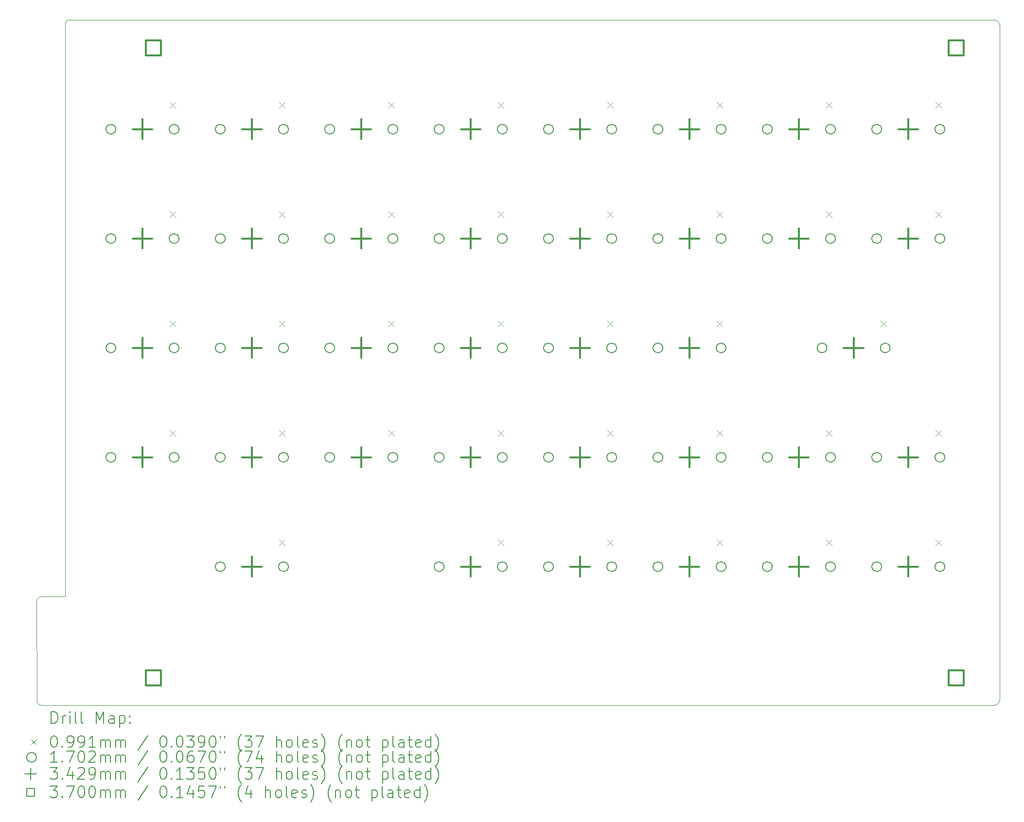
<source format=gbr>
%TF.GenerationSoftware,KiCad,Pcbnew,(6.0.10)*%
%TF.CreationDate,2023-02-02T17:50:39-08:00*%
%TF.ProjectId,netrazr_rev2-Right,6e657472-617a-4725-9f72-6576322d5269,2*%
%TF.SameCoordinates,Original*%
%TF.FileFunction,Drillmap*%
%TF.FilePolarity,Positive*%
%FSLAX45Y45*%
G04 Gerber Fmt 4.5, Leading zero omitted, Abs format (unit mm)*
G04 Created by KiCad (PCBNEW (6.0.10)) date 2023-02-02 17:50:39*
%MOMM*%
%LPD*%
G01*
G04 APERTURE LIST*
%ADD10C,0.050000*%
%ADD11C,0.200000*%
%ADD12C,0.099060*%
%ADD13C,0.170180*%
%ADD14C,0.342900*%
%ADD15C,0.370000*%
G04 APERTURE END LIST*
D10*
X21666200Y-15985700D02*
X22072600Y-15985700D01*
X38344000Y-6028900D02*
G75*
G03*
X38255100Y-5940000I-88900J0D01*
G01*
X38255100Y-17878000D02*
G75*
G03*
X38344000Y-17789100I0J88900D01*
G01*
X21666200Y-15985700D02*
G75*
G03*
X21577300Y-16074600I0J-88900D01*
G01*
X38344000Y-17789100D02*
X38344000Y-6028900D01*
X21577300Y-16074600D02*
X21580000Y-17789100D01*
X22072600Y-15985700D02*
X22072600Y-6028900D01*
X21668900Y-17878000D02*
X38255100Y-17878000D01*
X38255100Y-5940000D02*
X22161500Y-5940000D01*
X22161500Y-5940000D02*
G75*
G03*
X22072600Y-6028900I0J-88900D01*
G01*
X21580000Y-17789100D02*
G75*
G03*
X21668900Y-17878000I88900J0D01*
G01*
D11*
D12*
X23893970Y-7375470D02*
X23993030Y-7474530D01*
X23993030Y-7375470D02*
X23893970Y-7474530D01*
X23893970Y-9280470D02*
X23993030Y-9379530D01*
X23993030Y-9280470D02*
X23893970Y-9379530D01*
X23893970Y-11185470D02*
X23993030Y-11284530D01*
X23993030Y-11185470D02*
X23893970Y-11284530D01*
X23893970Y-13090470D02*
X23993030Y-13189530D01*
X23993030Y-13090470D02*
X23893970Y-13189530D01*
X25798970Y-7375470D02*
X25898030Y-7474530D01*
X25898030Y-7375470D02*
X25798970Y-7474530D01*
X25798970Y-9280470D02*
X25898030Y-9379530D01*
X25898030Y-9280470D02*
X25798970Y-9379530D01*
X25798970Y-11185470D02*
X25898030Y-11284530D01*
X25898030Y-11185470D02*
X25798970Y-11284530D01*
X25798970Y-13090470D02*
X25898030Y-13189530D01*
X25898030Y-13090470D02*
X25798970Y-13189530D01*
X25798970Y-14995470D02*
X25898030Y-15094530D01*
X25898030Y-14995470D02*
X25798970Y-15094530D01*
X27703970Y-7375470D02*
X27803030Y-7474530D01*
X27803030Y-7375470D02*
X27703970Y-7474530D01*
X27703970Y-9280470D02*
X27803030Y-9379530D01*
X27803030Y-9280470D02*
X27703970Y-9379530D01*
X27703970Y-11185470D02*
X27803030Y-11284530D01*
X27803030Y-11185470D02*
X27703970Y-11284530D01*
X27703970Y-13090470D02*
X27803030Y-13189530D01*
X27803030Y-13090470D02*
X27703970Y-13189530D01*
X29608970Y-7375470D02*
X29708030Y-7474530D01*
X29708030Y-7375470D02*
X29608970Y-7474530D01*
X29608970Y-9280470D02*
X29708030Y-9379530D01*
X29708030Y-9280470D02*
X29608970Y-9379530D01*
X29608970Y-11185470D02*
X29708030Y-11284530D01*
X29708030Y-11185470D02*
X29608970Y-11284530D01*
X29608970Y-13090470D02*
X29708030Y-13189530D01*
X29708030Y-13090470D02*
X29608970Y-13189530D01*
X29608970Y-14995470D02*
X29708030Y-15094530D01*
X29708030Y-14995470D02*
X29608970Y-15094530D01*
X31513970Y-7375470D02*
X31613030Y-7474530D01*
X31613030Y-7375470D02*
X31513970Y-7474530D01*
X31513970Y-9280470D02*
X31613030Y-9379530D01*
X31613030Y-9280470D02*
X31513970Y-9379530D01*
X31513970Y-11185470D02*
X31613030Y-11284530D01*
X31613030Y-11185470D02*
X31513970Y-11284530D01*
X31513970Y-13090470D02*
X31613030Y-13189530D01*
X31613030Y-13090470D02*
X31513970Y-13189530D01*
X31513970Y-14995470D02*
X31613030Y-15094530D01*
X31613030Y-14995470D02*
X31513970Y-15094530D01*
X33418970Y-7375470D02*
X33518030Y-7474530D01*
X33518030Y-7375470D02*
X33418970Y-7474530D01*
X33418970Y-9280470D02*
X33518030Y-9379530D01*
X33518030Y-9280470D02*
X33418970Y-9379530D01*
X33418970Y-11185470D02*
X33518030Y-11284530D01*
X33518030Y-11185470D02*
X33418970Y-11284530D01*
X33418970Y-13090470D02*
X33518030Y-13189530D01*
X33518030Y-13090470D02*
X33418970Y-13189530D01*
X33418970Y-14995470D02*
X33518030Y-15094530D01*
X33518030Y-14995470D02*
X33418970Y-15094530D01*
X35323970Y-7375470D02*
X35423030Y-7474530D01*
X35423030Y-7375470D02*
X35323970Y-7474530D01*
X35323970Y-9280470D02*
X35423030Y-9379530D01*
X35423030Y-9280470D02*
X35323970Y-9379530D01*
X35323970Y-13090470D02*
X35423030Y-13189530D01*
X35423030Y-13090470D02*
X35323970Y-13189530D01*
X35323970Y-14995470D02*
X35423030Y-15094530D01*
X35423030Y-14995470D02*
X35323970Y-15094530D01*
X36276470Y-11185470D02*
X36375530Y-11284530D01*
X36375530Y-11185470D02*
X36276470Y-11284530D01*
X37228970Y-7375470D02*
X37328030Y-7474530D01*
X37328030Y-7375470D02*
X37228970Y-7474530D01*
X37228970Y-9280470D02*
X37328030Y-9379530D01*
X37328030Y-9280470D02*
X37228970Y-9379530D01*
X37228970Y-13090470D02*
X37328030Y-13189530D01*
X37328030Y-13090470D02*
X37228970Y-13189530D01*
X37228970Y-14995470D02*
X37328030Y-15094530D01*
X37328030Y-14995470D02*
X37228970Y-15094530D01*
D13*
X22956590Y-7845000D02*
G75*
G03*
X22956590Y-7845000I-85090J0D01*
G01*
X22956590Y-9750000D02*
G75*
G03*
X22956590Y-9750000I-85090J0D01*
G01*
X22956590Y-11655000D02*
G75*
G03*
X22956590Y-11655000I-85090J0D01*
G01*
X22956590Y-13560000D02*
G75*
G03*
X22956590Y-13560000I-85090J0D01*
G01*
X24056590Y-7845000D02*
G75*
G03*
X24056590Y-7845000I-85090J0D01*
G01*
X24056590Y-9750000D02*
G75*
G03*
X24056590Y-9750000I-85090J0D01*
G01*
X24056590Y-11655000D02*
G75*
G03*
X24056590Y-11655000I-85090J0D01*
G01*
X24056590Y-13560000D02*
G75*
G03*
X24056590Y-13560000I-85090J0D01*
G01*
X24861590Y-7845000D02*
G75*
G03*
X24861590Y-7845000I-85090J0D01*
G01*
X24861590Y-9750000D02*
G75*
G03*
X24861590Y-9750000I-85090J0D01*
G01*
X24861590Y-11655000D02*
G75*
G03*
X24861590Y-11655000I-85090J0D01*
G01*
X24861590Y-13560000D02*
G75*
G03*
X24861590Y-13560000I-85090J0D01*
G01*
X24861590Y-15465000D02*
G75*
G03*
X24861590Y-15465000I-85090J0D01*
G01*
X25961590Y-7845000D02*
G75*
G03*
X25961590Y-7845000I-85090J0D01*
G01*
X25961590Y-9750000D02*
G75*
G03*
X25961590Y-9750000I-85090J0D01*
G01*
X25961590Y-11655000D02*
G75*
G03*
X25961590Y-11655000I-85090J0D01*
G01*
X25961590Y-13560000D02*
G75*
G03*
X25961590Y-13560000I-85090J0D01*
G01*
X25961590Y-15465000D02*
G75*
G03*
X25961590Y-15465000I-85090J0D01*
G01*
X26766590Y-7845000D02*
G75*
G03*
X26766590Y-7845000I-85090J0D01*
G01*
X26766590Y-9750000D02*
G75*
G03*
X26766590Y-9750000I-85090J0D01*
G01*
X26766590Y-11655000D02*
G75*
G03*
X26766590Y-11655000I-85090J0D01*
G01*
X26766590Y-13560000D02*
G75*
G03*
X26766590Y-13560000I-85090J0D01*
G01*
X27866590Y-7845000D02*
G75*
G03*
X27866590Y-7845000I-85090J0D01*
G01*
X27866590Y-9750000D02*
G75*
G03*
X27866590Y-9750000I-85090J0D01*
G01*
X27866590Y-11655000D02*
G75*
G03*
X27866590Y-11655000I-85090J0D01*
G01*
X27866590Y-13560000D02*
G75*
G03*
X27866590Y-13560000I-85090J0D01*
G01*
X28671590Y-7845000D02*
G75*
G03*
X28671590Y-7845000I-85090J0D01*
G01*
X28671590Y-9750000D02*
G75*
G03*
X28671590Y-9750000I-85090J0D01*
G01*
X28671590Y-11655000D02*
G75*
G03*
X28671590Y-11655000I-85090J0D01*
G01*
X28671590Y-13560000D02*
G75*
G03*
X28671590Y-13560000I-85090J0D01*
G01*
X28671590Y-15465000D02*
G75*
G03*
X28671590Y-15465000I-85090J0D01*
G01*
X29771590Y-7845000D02*
G75*
G03*
X29771590Y-7845000I-85090J0D01*
G01*
X29771590Y-9750000D02*
G75*
G03*
X29771590Y-9750000I-85090J0D01*
G01*
X29771590Y-11655000D02*
G75*
G03*
X29771590Y-11655000I-85090J0D01*
G01*
X29771590Y-13560000D02*
G75*
G03*
X29771590Y-13560000I-85090J0D01*
G01*
X29771590Y-15465000D02*
G75*
G03*
X29771590Y-15465000I-85090J0D01*
G01*
X30576590Y-7845000D02*
G75*
G03*
X30576590Y-7845000I-85090J0D01*
G01*
X30576590Y-9750000D02*
G75*
G03*
X30576590Y-9750000I-85090J0D01*
G01*
X30576590Y-11655000D02*
G75*
G03*
X30576590Y-11655000I-85090J0D01*
G01*
X30576590Y-13560000D02*
G75*
G03*
X30576590Y-13560000I-85090J0D01*
G01*
X30576590Y-15465000D02*
G75*
G03*
X30576590Y-15465000I-85090J0D01*
G01*
X31676590Y-7845000D02*
G75*
G03*
X31676590Y-7845000I-85090J0D01*
G01*
X31676590Y-9750000D02*
G75*
G03*
X31676590Y-9750000I-85090J0D01*
G01*
X31676590Y-11655000D02*
G75*
G03*
X31676590Y-11655000I-85090J0D01*
G01*
X31676590Y-13560000D02*
G75*
G03*
X31676590Y-13560000I-85090J0D01*
G01*
X31676590Y-15465000D02*
G75*
G03*
X31676590Y-15465000I-85090J0D01*
G01*
X32481590Y-7845000D02*
G75*
G03*
X32481590Y-7845000I-85090J0D01*
G01*
X32481590Y-9750000D02*
G75*
G03*
X32481590Y-9750000I-85090J0D01*
G01*
X32481590Y-11655000D02*
G75*
G03*
X32481590Y-11655000I-85090J0D01*
G01*
X32481590Y-13560000D02*
G75*
G03*
X32481590Y-13560000I-85090J0D01*
G01*
X32481590Y-15465000D02*
G75*
G03*
X32481590Y-15465000I-85090J0D01*
G01*
X33581590Y-7845000D02*
G75*
G03*
X33581590Y-7845000I-85090J0D01*
G01*
X33581590Y-9750000D02*
G75*
G03*
X33581590Y-9750000I-85090J0D01*
G01*
X33581590Y-11655000D02*
G75*
G03*
X33581590Y-11655000I-85090J0D01*
G01*
X33581590Y-13560000D02*
G75*
G03*
X33581590Y-13560000I-85090J0D01*
G01*
X33581590Y-15465000D02*
G75*
G03*
X33581590Y-15465000I-85090J0D01*
G01*
X34386590Y-7845000D02*
G75*
G03*
X34386590Y-7845000I-85090J0D01*
G01*
X34386590Y-9750000D02*
G75*
G03*
X34386590Y-9750000I-85090J0D01*
G01*
X34386590Y-13560000D02*
G75*
G03*
X34386590Y-13560000I-85090J0D01*
G01*
X34386590Y-15465000D02*
G75*
G03*
X34386590Y-15465000I-85090J0D01*
G01*
X35339090Y-11655000D02*
G75*
G03*
X35339090Y-11655000I-85090J0D01*
G01*
X35486590Y-7845000D02*
G75*
G03*
X35486590Y-7845000I-85090J0D01*
G01*
X35486590Y-9750000D02*
G75*
G03*
X35486590Y-9750000I-85090J0D01*
G01*
X35486590Y-13560000D02*
G75*
G03*
X35486590Y-13560000I-85090J0D01*
G01*
X35486590Y-15465000D02*
G75*
G03*
X35486590Y-15465000I-85090J0D01*
G01*
X36291590Y-7845000D02*
G75*
G03*
X36291590Y-7845000I-85090J0D01*
G01*
X36291590Y-9750000D02*
G75*
G03*
X36291590Y-9750000I-85090J0D01*
G01*
X36291590Y-13560000D02*
G75*
G03*
X36291590Y-13560000I-85090J0D01*
G01*
X36291590Y-15465000D02*
G75*
G03*
X36291590Y-15465000I-85090J0D01*
G01*
X36439090Y-11655000D02*
G75*
G03*
X36439090Y-11655000I-85090J0D01*
G01*
X37391590Y-7845000D02*
G75*
G03*
X37391590Y-7845000I-85090J0D01*
G01*
X37391590Y-9750000D02*
G75*
G03*
X37391590Y-9750000I-85090J0D01*
G01*
X37391590Y-13560000D02*
G75*
G03*
X37391590Y-13560000I-85090J0D01*
G01*
X37391590Y-15465000D02*
G75*
G03*
X37391590Y-15465000I-85090J0D01*
G01*
D14*
X23421500Y-7673550D02*
X23421500Y-8016450D01*
X23250050Y-7845000D02*
X23592950Y-7845000D01*
X23421500Y-9578550D02*
X23421500Y-9921450D01*
X23250050Y-9750000D02*
X23592950Y-9750000D01*
X23421500Y-11483550D02*
X23421500Y-11826450D01*
X23250050Y-11655000D02*
X23592950Y-11655000D01*
X23421500Y-13388550D02*
X23421500Y-13731450D01*
X23250050Y-13560000D02*
X23592950Y-13560000D01*
X25326500Y-7673550D02*
X25326500Y-8016450D01*
X25155050Y-7845000D02*
X25497950Y-7845000D01*
X25326500Y-9578550D02*
X25326500Y-9921450D01*
X25155050Y-9750000D02*
X25497950Y-9750000D01*
X25326500Y-11483550D02*
X25326500Y-11826450D01*
X25155050Y-11655000D02*
X25497950Y-11655000D01*
X25326500Y-13388550D02*
X25326500Y-13731450D01*
X25155050Y-13560000D02*
X25497950Y-13560000D01*
X25326500Y-15293550D02*
X25326500Y-15636450D01*
X25155050Y-15465000D02*
X25497950Y-15465000D01*
X27231500Y-7673550D02*
X27231500Y-8016450D01*
X27060050Y-7845000D02*
X27402950Y-7845000D01*
X27231500Y-9578550D02*
X27231500Y-9921450D01*
X27060050Y-9750000D02*
X27402950Y-9750000D01*
X27231500Y-11483550D02*
X27231500Y-11826450D01*
X27060050Y-11655000D02*
X27402950Y-11655000D01*
X27231500Y-13388550D02*
X27231500Y-13731450D01*
X27060050Y-13560000D02*
X27402950Y-13560000D01*
X29136500Y-7673550D02*
X29136500Y-8016450D01*
X28965050Y-7845000D02*
X29307950Y-7845000D01*
X29136500Y-9578550D02*
X29136500Y-9921450D01*
X28965050Y-9750000D02*
X29307950Y-9750000D01*
X29136500Y-11483550D02*
X29136500Y-11826450D01*
X28965050Y-11655000D02*
X29307950Y-11655000D01*
X29136500Y-13388550D02*
X29136500Y-13731450D01*
X28965050Y-13560000D02*
X29307950Y-13560000D01*
X29136500Y-15293550D02*
X29136500Y-15636450D01*
X28965050Y-15465000D02*
X29307950Y-15465000D01*
X31041500Y-7673550D02*
X31041500Y-8016450D01*
X30870050Y-7845000D02*
X31212950Y-7845000D01*
X31041500Y-9578550D02*
X31041500Y-9921450D01*
X30870050Y-9750000D02*
X31212950Y-9750000D01*
X31041500Y-11483550D02*
X31041500Y-11826450D01*
X30870050Y-11655000D02*
X31212950Y-11655000D01*
X31041500Y-13388550D02*
X31041500Y-13731450D01*
X30870050Y-13560000D02*
X31212950Y-13560000D01*
X31041500Y-15293550D02*
X31041500Y-15636450D01*
X30870050Y-15465000D02*
X31212950Y-15465000D01*
X32946500Y-7673550D02*
X32946500Y-8016450D01*
X32775050Y-7845000D02*
X33117950Y-7845000D01*
X32946500Y-9578550D02*
X32946500Y-9921450D01*
X32775050Y-9750000D02*
X33117950Y-9750000D01*
X32946500Y-11483550D02*
X32946500Y-11826450D01*
X32775050Y-11655000D02*
X33117950Y-11655000D01*
X32946500Y-13388550D02*
X32946500Y-13731450D01*
X32775050Y-13560000D02*
X33117950Y-13560000D01*
X32946500Y-15293550D02*
X32946500Y-15636450D01*
X32775050Y-15465000D02*
X33117950Y-15465000D01*
X34851500Y-7673550D02*
X34851500Y-8016450D01*
X34680050Y-7845000D02*
X35022950Y-7845000D01*
X34851500Y-9578550D02*
X34851500Y-9921450D01*
X34680050Y-9750000D02*
X35022950Y-9750000D01*
X34851500Y-13388550D02*
X34851500Y-13731450D01*
X34680050Y-13560000D02*
X35022950Y-13560000D01*
X34851500Y-15293550D02*
X34851500Y-15636450D01*
X34680050Y-15465000D02*
X35022950Y-15465000D01*
X35804000Y-11483550D02*
X35804000Y-11826450D01*
X35632550Y-11655000D02*
X35975450Y-11655000D01*
X36756500Y-7673550D02*
X36756500Y-8016450D01*
X36585050Y-7845000D02*
X36927950Y-7845000D01*
X36756500Y-9578550D02*
X36756500Y-9921450D01*
X36585050Y-9750000D02*
X36927950Y-9750000D01*
X36756500Y-13388550D02*
X36756500Y-13731450D01*
X36585050Y-13560000D02*
X36927950Y-13560000D01*
X36756500Y-15293550D02*
X36756500Y-15636450D01*
X36585050Y-15465000D02*
X36927950Y-15465000D01*
D15*
X23740116Y-6557016D02*
X23740116Y-6295384D01*
X23478484Y-6295384D01*
X23478484Y-6557016D01*
X23740116Y-6557016D01*
X23740116Y-17529816D02*
X23740116Y-17268184D01*
X23478484Y-17268184D01*
X23478484Y-17529816D01*
X23740116Y-17529816D01*
X37722816Y-6557016D02*
X37722816Y-6295384D01*
X37461184Y-6295384D01*
X37461184Y-6557016D01*
X37722816Y-6557016D01*
X37722816Y-17529816D02*
X37722816Y-17268184D01*
X37461184Y-17268184D01*
X37461184Y-17529816D01*
X37722816Y-17529816D01*
D11*
X21832419Y-18190976D02*
X21832419Y-17990976D01*
X21880038Y-17990976D01*
X21908610Y-18000500D01*
X21927657Y-18019548D01*
X21937181Y-18038595D01*
X21946705Y-18076690D01*
X21946705Y-18105262D01*
X21937181Y-18143357D01*
X21927657Y-18162405D01*
X21908610Y-18181452D01*
X21880038Y-18190976D01*
X21832419Y-18190976D01*
X22032419Y-18190976D02*
X22032419Y-18057643D01*
X22032419Y-18095738D02*
X22041943Y-18076690D01*
X22051467Y-18067167D01*
X22070514Y-18057643D01*
X22089562Y-18057643D01*
X22156229Y-18190976D02*
X22156229Y-18057643D01*
X22156229Y-17990976D02*
X22146705Y-18000500D01*
X22156229Y-18010024D01*
X22165752Y-18000500D01*
X22156229Y-17990976D01*
X22156229Y-18010024D01*
X22280038Y-18190976D02*
X22260990Y-18181452D01*
X22251467Y-18162405D01*
X22251467Y-17990976D01*
X22384800Y-18190976D02*
X22365752Y-18181452D01*
X22356229Y-18162405D01*
X22356229Y-17990976D01*
X22613371Y-18190976D02*
X22613371Y-17990976D01*
X22680038Y-18133833D01*
X22746705Y-17990976D01*
X22746705Y-18190976D01*
X22927657Y-18190976D02*
X22927657Y-18086214D01*
X22918133Y-18067167D01*
X22899086Y-18057643D01*
X22860990Y-18057643D01*
X22841943Y-18067167D01*
X22927657Y-18181452D02*
X22908609Y-18190976D01*
X22860990Y-18190976D01*
X22841943Y-18181452D01*
X22832419Y-18162405D01*
X22832419Y-18143357D01*
X22841943Y-18124310D01*
X22860990Y-18114786D01*
X22908609Y-18114786D01*
X22927657Y-18105262D01*
X23022895Y-18057643D02*
X23022895Y-18257643D01*
X23022895Y-18067167D02*
X23041943Y-18057643D01*
X23080038Y-18057643D01*
X23099086Y-18067167D01*
X23108609Y-18076690D01*
X23118133Y-18095738D01*
X23118133Y-18152881D01*
X23108609Y-18171929D01*
X23099086Y-18181452D01*
X23080038Y-18190976D01*
X23041943Y-18190976D01*
X23022895Y-18181452D01*
X23203848Y-18171929D02*
X23213371Y-18181452D01*
X23203848Y-18190976D01*
X23194324Y-18181452D01*
X23203848Y-18171929D01*
X23203848Y-18190976D01*
X23203848Y-18067167D02*
X23213371Y-18076690D01*
X23203848Y-18086214D01*
X23194324Y-18076690D01*
X23203848Y-18067167D01*
X23203848Y-18086214D01*
D12*
X21475740Y-18470970D02*
X21574800Y-18570030D01*
X21574800Y-18470970D02*
X21475740Y-18570030D01*
D11*
X21870514Y-18410976D02*
X21889562Y-18410976D01*
X21908610Y-18420500D01*
X21918133Y-18430024D01*
X21927657Y-18449071D01*
X21937181Y-18487167D01*
X21937181Y-18534786D01*
X21927657Y-18572881D01*
X21918133Y-18591929D01*
X21908610Y-18601452D01*
X21889562Y-18610976D01*
X21870514Y-18610976D01*
X21851467Y-18601452D01*
X21841943Y-18591929D01*
X21832419Y-18572881D01*
X21822895Y-18534786D01*
X21822895Y-18487167D01*
X21832419Y-18449071D01*
X21841943Y-18430024D01*
X21851467Y-18420500D01*
X21870514Y-18410976D01*
X22022895Y-18591929D02*
X22032419Y-18601452D01*
X22022895Y-18610976D01*
X22013371Y-18601452D01*
X22022895Y-18591929D01*
X22022895Y-18610976D01*
X22127657Y-18610976D02*
X22165752Y-18610976D01*
X22184800Y-18601452D01*
X22194324Y-18591929D01*
X22213371Y-18563357D01*
X22222895Y-18525262D01*
X22222895Y-18449071D01*
X22213371Y-18430024D01*
X22203848Y-18420500D01*
X22184800Y-18410976D01*
X22146705Y-18410976D01*
X22127657Y-18420500D01*
X22118133Y-18430024D01*
X22108610Y-18449071D01*
X22108610Y-18496690D01*
X22118133Y-18515738D01*
X22127657Y-18525262D01*
X22146705Y-18534786D01*
X22184800Y-18534786D01*
X22203848Y-18525262D01*
X22213371Y-18515738D01*
X22222895Y-18496690D01*
X22318133Y-18610976D02*
X22356229Y-18610976D01*
X22375276Y-18601452D01*
X22384800Y-18591929D01*
X22403848Y-18563357D01*
X22413371Y-18525262D01*
X22413371Y-18449071D01*
X22403848Y-18430024D01*
X22394324Y-18420500D01*
X22375276Y-18410976D01*
X22337181Y-18410976D01*
X22318133Y-18420500D01*
X22308610Y-18430024D01*
X22299086Y-18449071D01*
X22299086Y-18496690D01*
X22308610Y-18515738D01*
X22318133Y-18525262D01*
X22337181Y-18534786D01*
X22375276Y-18534786D01*
X22394324Y-18525262D01*
X22403848Y-18515738D01*
X22413371Y-18496690D01*
X22603848Y-18610976D02*
X22489562Y-18610976D01*
X22546705Y-18610976D02*
X22546705Y-18410976D01*
X22527657Y-18439548D01*
X22508609Y-18458595D01*
X22489562Y-18468119D01*
X22689562Y-18610976D02*
X22689562Y-18477643D01*
X22689562Y-18496690D02*
X22699086Y-18487167D01*
X22718133Y-18477643D01*
X22746705Y-18477643D01*
X22765752Y-18487167D01*
X22775276Y-18506214D01*
X22775276Y-18610976D01*
X22775276Y-18506214D02*
X22784800Y-18487167D01*
X22803848Y-18477643D01*
X22832419Y-18477643D01*
X22851467Y-18487167D01*
X22860990Y-18506214D01*
X22860990Y-18610976D01*
X22956228Y-18610976D02*
X22956228Y-18477643D01*
X22956228Y-18496690D02*
X22965752Y-18487167D01*
X22984800Y-18477643D01*
X23013371Y-18477643D01*
X23032419Y-18487167D01*
X23041943Y-18506214D01*
X23041943Y-18610976D01*
X23041943Y-18506214D02*
X23051467Y-18487167D01*
X23070514Y-18477643D01*
X23099086Y-18477643D01*
X23118133Y-18487167D01*
X23127657Y-18506214D01*
X23127657Y-18610976D01*
X23518133Y-18401452D02*
X23346705Y-18658595D01*
X23775276Y-18410976D02*
X23794324Y-18410976D01*
X23813371Y-18420500D01*
X23822895Y-18430024D01*
X23832419Y-18449071D01*
X23841943Y-18487167D01*
X23841943Y-18534786D01*
X23832419Y-18572881D01*
X23822895Y-18591929D01*
X23813371Y-18601452D01*
X23794324Y-18610976D01*
X23775276Y-18610976D01*
X23756228Y-18601452D01*
X23746705Y-18591929D01*
X23737181Y-18572881D01*
X23727657Y-18534786D01*
X23727657Y-18487167D01*
X23737181Y-18449071D01*
X23746705Y-18430024D01*
X23756228Y-18420500D01*
X23775276Y-18410976D01*
X23927657Y-18591929D02*
X23937181Y-18601452D01*
X23927657Y-18610976D01*
X23918133Y-18601452D01*
X23927657Y-18591929D01*
X23927657Y-18610976D01*
X24060990Y-18410976D02*
X24080038Y-18410976D01*
X24099086Y-18420500D01*
X24108609Y-18430024D01*
X24118133Y-18449071D01*
X24127657Y-18487167D01*
X24127657Y-18534786D01*
X24118133Y-18572881D01*
X24108609Y-18591929D01*
X24099086Y-18601452D01*
X24080038Y-18610976D01*
X24060990Y-18610976D01*
X24041943Y-18601452D01*
X24032419Y-18591929D01*
X24022895Y-18572881D01*
X24013371Y-18534786D01*
X24013371Y-18487167D01*
X24022895Y-18449071D01*
X24032419Y-18430024D01*
X24041943Y-18420500D01*
X24060990Y-18410976D01*
X24194324Y-18410976D02*
X24318133Y-18410976D01*
X24251467Y-18487167D01*
X24280038Y-18487167D01*
X24299086Y-18496690D01*
X24308609Y-18506214D01*
X24318133Y-18525262D01*
X24318133Y-18572881D01*
X24308609Y-18591929D01*
X24299086Y-18601452D01*
X24280038Y-18610976D01*
X24222895Y-18610976D01*
X24203848Y-18601452D01*
X24194324Y-18591929D01*
X24413371Y-18610976D02*
X24451467Y-18610976D01*
X24470514Y-18601452D01*
X24480038Y-18591929D01*
X24499086Y-18563357D01*
X24508609Y-18525262D01*
X24508609Y-18449071D01*
X24499086Y-18430024D01*
X24489562Y-18420500D01*
X24470514Y-18410976D01*
X24432419Y-18410976D01*
X24413371Y-18420500D01*
X24403848Y-18430024D01*
X24394324Y-18449071D01*
X24394324Y-18496690D01*
X24403848Y-18515738D01*
X24413371Y-18525262D01*
X24432419Y-18534786D01*
X24470514Y-18534786D01*
X24489562Y-18525262D01*
X24499086Y-18515738D01*
X24508609Y-18496690D01*
X24632419Y-18410976D02*
X24651467Y-18410976D01*
X24670514Y-18420500D01*
X24680038Y-18430024D01*
X24689562Y-18449071D01*
X24699086Y-18487167D01*
X24699086Y-18534786D01*
X24689562Y-18572881D01*
X24680038Y-18591929D01*
X24670514Y-18601452D01*
X24651467Y-18610976D01*
X24632419Y-18610976D01*
X24613371Y-18601452D01*
X24603848Y-18591929D01*
X24594324Y-18572881D01*
X24584800Y-18534786D01*
X24584800Y-18487167D01*
X24594324Y-18449071D01*
X24603848Y-18430024D01*
X24613371Y-18420500D01*
X24632419Y-18410976D01*
X24775276Y-18410976D02*
X24775276Y-18449071D01*
X24851467Y-18410976D02*
X24851467Y-18449071D01*
X25146705Y-18687167D02*
X25137181Y-18677643D01*
X25118133Y-18649071D01*
X25108609Y-18630024D01*
X25099086Y-18601452D01*
X25089562Y-18553833D01*
X25089562Y-18515738D01*
X25099086Y-18468119D01*
X25108609Y-18439548D01*
X25118133Y-18420500D01*
X25137181Y-18391929D01*
X25146705Y-18382405D01*
X25203848Y-18410976D02*
X25327657Y-18410976D01*
X25260990Y-18487167D01*
X25289562Y-18487167D01*
X25308609Y-18496690D01*
X25318133Y-18506214D01*
X25327657Y-18525262D01*
X25327657Y-18572881D01*
X25318133Y-18591929D01*
X25308609Y-18601452D01*
X25289562Y-18610976D01*
X25232419Y-18610976D01*
X25213371Y-18601452D01*
X25203848Y-18591929D01*
X25394324Y-18410976D02*
X25527657Y-18410976D01*
X25441943Y-18610976D01*
X25756228Y-18610976D02*
X25756228Y-18410976D01*
X25841943Y-18610976D02*
X25841943Y-18506214D01*
X25832419Y-18487167D01*
X25813371Y-18477643D01*
X25784800Y-18477643D01*
X25765752Y-18487167D01*
X25756228Y-18496690D01*
X25965752Y-18610976D02*
X25946705Y-18601452D01*
X25937181Y-18591929D01*
X25927657Y-18572881D01*
X25927657Y-18515738D01*
X25937181Y-18496690D01*
X25946705Y-18487167D01*
X25965752Y-18477643D01*
X25994324Y-18477643D01*
X26013371Y-18487167D01*
X26022895Y-18496690D01*
X26032419Y-18515738D01*
X26032419Y-18572881D01*
X26022895Y-18591929D01*
X26013371Y-18601452D01*
X25994324Y-18610976D01*
X25965752Y-18610976D01*
X26146705Y-18610976D02*
X26127657Y-18601452D01*
X26118133Y-18582405D01*
X26118133Y-18410976D01*
X26299086Y-18601452D02*
X26280038Y-18610976D01*
X26241943Y-18610976D01*
X26222895Y-18601452D01*
X26213371Y-18582405D01*
X26213371Y-18506214D01*
X26222895Y-18487167D01*
X26241943Y-18477643D01*
X26280038Y-18477643D01*
X26299086Y-18487167D01*
X26308609Y-18506214D01*
X26308609Y-18525262D01*
X26213371Y-18544310D01*
X26384800Y-18601452D02*
X26403848Y-18610976D01*
X26441943Y-18610976D01*
X26460990Y-18601452D01*
X26470514Y-18582405D01*
X26470514Y-18572881D01*
X26460990Y-18553833D01*
X26441943Y-18544310D01*
X26413371Y-18544310D01*
X26394324Y-18534786D01*
X26384800Y-18515738D01*
X26384800Y-18506214D01*
X26394324Y-18487167D01*
X26413371Y-18477643D01*
X26441943Y-18477643D01*
X26460990Y-18487167D01*
X26537181Y-18687167D02*
X26546705Y-18677643D01*
X26565752Y-18649071D01*
X26575276Y-18630024D01*
X26584800Y-18601452D01*
X26594324Y-18553833D01*
X26594324Y-18515738D01*
X26584800Y-18468119D01*
X26575276Y-18439548D01*
X26565752Y-18420500D01*
X26546705Y-18391929D01*
X26537181Y-18382405D01*
X26899086Y-18687167D02*
X26889562Y-18677643D01*
X26870514Y-18649071D01*
X26860990Y-18630024D01*
X26851467Y-18601452D01*
X26841943Y-18553833D01*
X26841943Y-18515738D01*
X26851467Y-18468119D01*
X26860990Y-18439548D01*
X26870514Y-18420500D01*
X26889562Y-18391929D01*
X26899086Y-18382405D01*
X26975276Y-18477643D02*
X26975276Y-18610976D01*
X26975276Y-18496690D02*
X26984800Y-18487167D01*
X27003848Y-18477643D01*
X27032419Y-18477643D01*
X27051467Y-18487167D01*
X27060990Y-18506214D01*
X27060990Y-18610976D01*
X27184800Y-18610976D02*
X27165752Y-18601452D01*
X27156228Y-18591929D01*
X27146705Y-18572881D01*
X27146705Y-18515738D01*
X27156228Y-18496690D01*
X27165752Y-18487167D01*
X27184800Y-18477643D01*
X27213371Y-18477643D01*
X27232419Y-18487167D01*
X27241943Y-18496690D01*
X27251467Y-18515738D01*
X27251467Y-18572881D01*
X27241943Y-18591929D01*
X27232419Y-18601452D01*
X27213371Y-18610976D01*
X27184800Y-18610976D01*
X27308609Y-18477643D02*
X27384800Y-18477643D01*
X27337181Y-18410976D02*
X27337181Y-18582405D01*
X27346705Y-18601452D01*
X27365752Y-18610976D01*
X27384800Y-18610976D01*
X27603848Y-18477643D02*
X27603848Y-18677643D01*
X27603848Y-18487167D02*
X27622895Y-18477643D01*
X27660990Y-18477643D01*
X27680038Y-18487167D01*
X27689562Y-18496690D01*
X27699086Y-18515738D01*
X27699086Y-18572881D01*
X27689562Y-18591929D01*
X27680038Y-18601452D01*
X27660990Y-18610976D01*
X27622895Y-18610976D01*
X27603848Y-18601452D01*
X27813371Y-18610976D02*
X27794324Y-18601452D01*
X27784800Y-18582405D01*
X27784800Y-18410976D01*
X27975276Y-18610976D02*
X27975276Y-18506214D01*
X27965752Y-18487167D01*
X27946705Y-18477643D01*
X27908609Y-18477643D01*
X27889562Y-18487167D01*
X27975276Y-18601452D02*
X27956228Y-18610976D01*
X27908609Y-18610976D01*
X27889562Y-18601452D01*
X27880038Y-18582405D01*
X27880038Y-18563357D01*
X27889562Y-18544310D01*
X27908609Y-18534786D01*
X27956228Y-18534786D01*
X27975276Y-18525262D01*
X28041943Y-18477643D02*
X28118133Y-18477643D01*
X28070514Y-18410976D02*
X28070514Y-18582405D01*
X28080038Y-18601452D01*
X28099086Y-18610976D01*
X28118133Y-18610976D01*
X28260990Y-18601452D02*
X28241943Y-18610976D01*
X28203848Y-18610976D01*
X28184800Y-18601452D01*
X28175276Y-18582405D01*
X28175276Y-18506214D01*
X28184800Y-18487167D01*
X28203848Y-18477643D01*
X28241943Y-18477643D01*
X28260990Y-18487167D01*
X28270514Y-18506214D01*
X28270514Y-18525262D01*
X28175276Y-18544310D01*
X28441943Y-18610976D02*
X28441943Y-18410976D01*
X28441943Y-18601452D02*
X28422895Y-18610976D01*
X28384800Y-18610976D01*
X28365752Y-18601452D01*
X28356228Y-18591929D01*
X28346705Y-18572881D01*
X28346705Y-18515738D01*
X28356228Y-18496690D01*
X28365752Y-18487167D01*
X28384800Y-18477643D01*
X28422895Y-18477643D01*
X28441943Y-18487167D01*
X28518133Y-18687167D02*
X28527657Y-18677643D01*
X28546705Y-18649071D01*
X28556228Y-18630024D01*
X28565752Y-18601452D01*
X28575276Y-18553833D01*
X28575276Y-18515738D01*
X28565752Y-18468119D01*
X28556228Y-18439548D01*
X28546705Y-18420500D01*
X28527657Y-18391929D01*
X28518133Y-18382405D01*
D13*
X21574800Y-18784500D02*
G75*
G03*
X21574800Y-18784500I-85090J0D01*
G01*
D11*
X21937181Y-18874976D02*
X21822895Y-18874976D01*
X21880038Y-18874976D02*
X21880038Y-18674976D01*
X21860990Y-18703548D01*
X21841943Y-18722595D01*
X21822895Y-18732119D01*
X22022895Y-18855929D02*
X22032419Y-18865452D01*
X22022895Y-18874976D01*
X22013371Y-18865452D01*
X22022895Y-18855929D01*
X22022895Y-18874976D01*
X22099086Y-18674976D02*
X22232419Y-18674976D01*
X22146705Y-18874976D01*
X22346705Y-18674976D02*
X22365752Y-18674976D01*
X22384800Y-18684500D01*
X22394324Y-18694024D01*
X22403848Y-18713071D01*
X22413371Y-18751167D01*
X22413371Y-18798786D01*
X22403848Y-18836881D01*
X22394324Y-18855929D01*
X22384800Y-18865452D01*
X22365752Y-18874976D01*
X22346705Y-18874976D01*
X22327657Y-18865452D01*
X22318133Y-18855929D01*
X22308610Y-18836881D01*
X22299086Y-18798786D01*
X22299086Y-18751167D01*
X22308610Y-18713071D01*
X22318133Y-18694024D01*
X22327657Y-18684500D01*
X22346705Y-18674976D01*
X22489562Y-18694024D02*
X22499086Y-18684500D01*
X22518133Y-18674976D01*
X22565752Y-18674976D01*
X22584800Y-18684500D01*
X22594324Y-18694024D01*
X22603848Y-18713071D01*
X22603848Y-18732119D01*
X22594324Y-18760690D01*
X22480038Y-18874976D01*
X22603848Y-18874976D01*
X22689562Y-18874976D02*
X22689562Y-18741643D01*
X22689562Y-18760690D02*
X22699086Y-18751167D01*
X22718133Y-18741643D01*
X22746705Y-18741643D01*
X22765752Y-18751167D01*
X22775276Y-18770214D01*
X22775276Y-18874976D01*
X22775276Y-18770214D02*
X22784800Y-18751167D01*
X22803848Y-18741643D01*
X22832419Y-18741643D01*
X22851467Y-18751167D01*
X22860990Y-18770214D01*
X22860990Y-18874976D01*
X22956228Y-18874976D02*
X22956228Y-18741643D01*
X22956228Y-18760690D02*
X22965752Y-18751167D01*
X22984800Y-18741643D01*
X23013371Y-18741643D01*
X23032419Y-18751167D01*
X23041943Y-18770214D01*
X23041943Y-18874976D01*
X23041943Y-18770214D02*
X23051467Y-18751167D01*
X23070514Y-18741643D01*
X23099086Y-18741643D01*
X23118133Y-18751167D01*
X23127657Y-18770214D01*
X23127657Y-18874976D01*
X23518133Y-18665452D02*
X23346705Y-18922595D01*
X23775276Y-18674976D02*
X23794324Y-18674976D01*
X23813371Y-18684500D01*
X23822895Y-18694024D01*
X23832419Y-18713071D01*
X23841943Y-18751167D01*
X23841943Y-18798786D01*
X23832419Y-18836881D01*
X23822895Y-18855929D01*
X23813371Y-18865452D01*
X23794324Y-18874976D01*
X23775276Y-18874976D01*
X23756228Y-18865452D01*
X23746705Y-18855929D01*
X23737181Y-18836881D01*
X23727657Y-18798786D01*
X23727657Y-18751167D01*
X23737181Y-18713071D01*
X23746705Y-18694024D01*
X23756228Y-18684500D01*
X23775276Y-18674976D01*
X23927657Y-18855929D02*
X23937181Y-18865452D01*
X23927657Y-18874976D01*
X23918133Y-18865452D01*
X23927657Y-18855929D01*
X23927657Y-18874976D01*
X24060990Y-18674976D02*
X24080038Y-18674976D01*
X24099086Y-18684500D01*
X24108609Y-18694024D01*
X24118133Y-18713071D01*
X24127657Y-18751167D01*
X24127657Y-18798786D01*
X24118133Y-18836881D01*
X24108609Y-18855929D01*
X24099086Y-18865452D01*
X24080038Y-18874976D01*
X24060990Y-18874976D01*
X24041943Y-18865452D01*
X24032419Y-18855929D01*
X24022895Y-18836881D01*
X24013371Y-18798786D01*
X24013371Y-18751167D01*
X24022895Y-18713071D01*
X24032419Y-18694024D01*
X24041943Y-18684500D01*
X24060990Y-18674976D01*
X24299086Y-18674976D02*
X24260990Y-18674976D01*
X24241943Y-18684500D01*
X24232419Y-18694024D01*
X24213371Y-18722595D01*
X24203848Y-18760690D01*
X24203848Y-18836881D01*
X24213371Y-18855929D01*
X24222895Y-18865452D01*
X24241943Y-18874976D01*
X24280038Y-18874976D01*
X24299086Y-18865452D01*
X24308609Y-18855929D01*
X24318133Y-18836881D01*
X24318133Y-18789262D01*
X24308609Y-18770214D01*
X24299086Y-18760690D01*
X24280038Y-18751167D01*
X24241943Y-18751167D01*
X24222895Y-18760690D01*
X24213371Y-18770214D01*
X24203848Y-18789262D01*
X24384800Y-18674976D02*
X24518133Y-18674976D01*
X24432419Y-18874976D01*
X24632419Y-18674976D02*
X24651467Y-18674976D01*
X24670514Y-18684500D01*
X24680038Y-18694024D01*
X24689562Y-18713071D01*
X24699086Y-18751167D01*
X24699086Y-18798786D01*
X24689562Y-18836881D01*
X24680038Y-18855929D01*
X24670514Y-18865452D01*
X24651467Y-18874976D01*
X24632419Y-18874976D01*
X24613371Y-18865452D01*
X24603848Y-18855929D01*
X24594324Y-18836881D01*
X24584800Y-18798786D01*
X24584800Y-18751167D01*
X24594324Y-18713071D01*
X24603848Y-18694024D01*
X24613371Y-18684500D01*
X24632419Y-18674976D01*
X24775276Y-18674976D02*
X24775276Y-18713071D01*
X24851467Y-18674976D02*
X24851467Y-18713071D01*
X25146705Y-18951167D02*
X25137181Y-18941643D01*
X25118133Y-18913071D01*
X25108609Y-18894024D01*
X25099086Y-18865452D01*
X25089562Y-18817833D01*
X25089562Y-18779738D01*
X25099086Y-18732119D01*
X25108609Y-18703548D01*
X25118133Y-18684500D01*
X25137181Y-18655929D01*
X25146705Y-18646405D01*
X25203848Y-18674976D02*
X25337181Y-18674976D01*
X25251467Y-18874976D01*
X25499086Y-18741643D02*
X25499086Y-18874976D01*
X25451467Y-18665452D02*
X25403848Y-18808310D01*
X25527657Y-18808310D01*
X25756228Y-18874976D02*
X25756228Y-18674976D01*
X25841943Y-18874976D02*
X25841943Y-18770214D01*
X25832419Y-18751167D01*
X25813371Y-18741643D01*
X25784800Y-18741643D01*
X25765752Y-18751167D01*
X25756228Y-18760690D01*
X25965752Y-18874976D02*
X25946705Y-18865452D01*
X25937181Y-18855929D01*
X25927657Y-18836881D01*
X25927657Y-18779738D01*
X25937181Y-18760690D01*
X25946705Y-18751167D01*
X25965752Y-18741643D01*
X25994324Y-18741643D01*
X26013371Y-18751167D01*
X26022895Y-18760690D01*
X26032419Y-18779738D01*
X26032419Y-18836881D01*
X26022895Y-18855929D01*
X26013371Y-18865452D01*
X25994324Y-18874976D01*
X25965752Y-18874976D01*
X26146705Y-18874976D02*
X26127657Y-18865452D01*
X26118133Y-18846405D01*
X26118133Y-18674976D01*
X26299086Y-18865452D02*
X26280038Y-18874976D01*
X26241943Y-18874976D01*
X26222895Y-18865452D01*
X26213371Y-18846405D01*
X26213371Y-18770214D01*
X26222895Y-18751167D01*
X26241943Y-18741643D01*
X26280038Y-18741643D01*
X26299086Y-18751167D01*
X26308609Y-18770214D01*
X26308609Y-18789262D01*
X26213371Y-18808310D01*
X26384800Y-18865452D02*
X26403848Y-18874976D01*
X26441943Y-18874976D01*
X26460990Y-18865452D01*
X26470514Y-18846405D01*
X26470514Y-18836881D01*
X26460990Y-18817833D01*
X26441943Y-18808310D01*
X26413371Y-18808310D01*
X26394324Y-18798786D01*
X26384800Y-18779738D01*
X26384800Y-18770214D01*
X26394324Y-18751167D01*
X26413371Y-18741643D01*
X26441943Y-18741643D01*
X26460990Y-18751167D01*
X26537181Y-18951167D02*
X26546705Y-18941643D01*
X26565752Y-18913071D01*
X26575276Y-18894024D01*
X26584800Y-18865452D01*
X26594324Y-18817833D01*
X26594324Y-18779738D01*
X26584800Y-18732119D01*
X26575276Y-18703548D01*
X26565752Y-18684500D01*
X26546705Y-18655929D01*
X26537181Y-18646405D01*
X26899086Y-18951167D02*
X26889562Y-18941643D01*
X26870514Y-18913071D01*
X26860990Y-18894024D01*
X26851467Y-18865452D01*
X26841943Y-18817833D01*
X26841943Y-18779738D01*
X26851467Y-18732119D01*
X26860990Y-18703548D01*
X26870514Y-18684500D01*
X26889562Y-18655929D01*
X26899086Y-18646405D01*
X26975276Y-18741643D02*
X26975276Y-18874976D01*
X26975276Y-18760690D02*
X26984800Y-18751167D01*
X27003848Y-18741643D01*
X27032419Y-18741643D01*
X27051467Y-18751167D01*
X27060990Y-18770214D01*
X27060990Y-18874976D01*
X27184800Y-18874976D02*
X27165752Y-18865452D01*
X27156228Y-18855929D01*
X27146705Y-18836881D01*
X27146705Y-18779738D01*
X27156228Y-18760690D01*
X27165752Y-18751167D01*
X27184800Y-18741643D01*
X27213371Y-18741643D01*
X27232419Y-18751167D01*
X27241943Y-18760690D01*
X27251467Y-18779738D01*
X27251467Y-18836881D01*
X27241943Y-18855929D01*
X27232419Y-18865452D01*
X27213371Y-18874976D01*
X27184800Y-18874976D01*
X27308609Y-18741643D02*
X27384800Y-18741643D01*
X27337181Y-18674976D02*
X27337181Y-18846405D01*
X27346705Y-18865452D01*
X27365752Y-18874976D01*
X27384800Y-18874976D01*
X27603848Y-18741643D02*
X27603848Y-18941643D01*
X27603848Y-18751167D02*
X27622895Y-18741643D01*
X27660990Y-18741643D01*
X27680038Y-18751167D01*
X27689562Y-18760690D01*
X27699086Y-18779738D01*
X27699086Y-18836881D01*
X27689562Y-18855929D01*
X27680038Y-18865452D01*
X27660990Y-18874976D01*
X27622895Y-18874976D01*
X27603848Y-18865452D01*
X27813371Y-18874976D02*
X27794324Y-18865452D01*
X27784800Y-18846405D01*
X27784800Y-18674976D01*
X27975276Y-18874976D02*
X27975276Y-18770214D01*
X27965752Y-18751167D01*
X27946705Y-18741643D01*
X27908609Y-18741643D01*
X27889562Y-18751167D01*
X27975276Y-18865452D02*
X27956228Y-18874976D01*
X27908609Y-18874976D01*
X27889562Y-18865452D01*
X27880038Y-18846405D01*
X27880038Y-18827357D01*
X27889562Y-18808310D01*
X27908609Y-18798786D01*
X27956228Y-18798786D01*
X27975276Y-18789262D01*
X28041943Y-18741643D02*
X28118133Y-18741643D01*
X28070514Y-18674976D02*
X28070514Y-18846405D01*
X28080038Y-18865452D01*
X28099086Y-18874976D01*
X28118133Y-18874976D01*
X28260990Y-18865452D02*
X28241943Y-18874976D01*
X28203848Y-18874976D01*
X28184800Y-18865452D01*
X28175276Y-18846405D01*
X28175276Y-18770214D01*
X28184800Y-18751167D01*
X28203848Y-18741643D01*
X28241943Y-18741643D01*
X28260990Y-18751167D01*
X28270514Y-18770214D01*
X28270514Y-18789262D01*
X28175276Y-18808310D01*
X28441943Y-18874976D02*
X28441943Y-18674976D01*
X28441943Y-18865452D02*
X28422895Y-18874976D01*
X28384800Y-18874976D01*
X28365752Y-18865452D01*
X28356228Y-18855929D01*
X28346705Y-18836881D01*
X28346705Y-18779738D01*
X28356228Y-18760690D01*
X28365752Y-18751167D01*
X28384800Y-18741643D01*
X28422895Y-18741643D01*
X28441943Y-18751167D01*
X28518133Y-18951167D02*
X28527657Y-18941643D01*
X28546705Y-18913071D01*
X28556228Y-18894024D01*
X28565752Y-18865452D01*
X28575276Y-18817833D01*
X28575276Y-18779738D01*
X28565752Y-18732119D01*
X28556228Y-18703548D01*
X28546705Y-18684500D01*
X28527657Y-18655929D01*
X28518133Y-18646405D01*
X21474800Y-18974680D02*
X21474800Y-19174680D01*
X21374800Y-19074680D02*
X21574800Y-19074680D01*
X21813371Y-18965156D02*
X21937181Y-18965156D01*
X21870514Y-19041347D01*
X21899086Y-19041347D01*
X21918133Y-19050870D01*
X21927657Y-19060394D01*
X21937181Y-19079442D01*
X21937181Y-19127061D01*
X21927657Y-19146109D01*
X21918133Y-19155632D01*
X21899086Y-19165156D01*
X21841943Y-19165156D01*
X21822895Y-19155632D01*
X21813371Y-19146109D01*
X22022895Y-19146109D02*
X22032419Y-19155632D01*
X22022895Y-19165156D01*
X22013371Y-19155632D01*
X22022895Y-19146109D01*
X22022895Y-19165156D01*
X22203848Y-19031823D02*
X22203848Y-19165156D01*
X22156229Y-18955632D02*
X22108610Y-19098490D01*
X22232419Y-19098490D01*
X22299086Y-18984204D02*
X22308610Y-18974680D01*
X22327657Y-18965156D01*
X22375276Y-18965156D01*
X22394324Y-18974680D01*
X22403848Y-18984204D01*
X22413371Y-19003251D01*
X22413371Y-19022299D01*
X22403848Y-19050870D01*
X22289562Y-19165156D01*
X22413371Y-19165156D01*
X22508609Y-19165156D02*
X22546705Y-19165156D01*
X22565752Y-19155632D01*
X22575276Y-19146109D01*
X22594324Y-19117537D01*
X22603848Y-19079442D01*
X22603848Y-19003251D01*
X22594324Y-18984204D01*
X22584800Y-18974680D01*
X22565752Y-18965156D01*
X22527657Y-18965156D01*
X22508609Y-18974680D01*
X22499086Y-18984204D01*
X22489562Y-19003251D01*
X22489562Y-19050870D01*
X22499086Y-19069918D01*
X22508609Y-19079442D01*
X22527657Y-19088966D01*
X22565752Y-19088966D01*
X22584800Y-19079442D01*
X22594324Y-19069918D01*
X22603848Y-19050870D01*
X22689562Y-19165156D02*
X22689562Y-19031823D01*
X22689562Y-19050870D02*
X22699086Y-19041347D01*
X22718133Y-19031823D01*
X22746705Y-19031823D01*
X22765752Y-19041347D01*
X22775276Y-19060394D01*
X22775276Y-19165156D01*
X22775276Y-19060394D02*
X22784800Y-19041347D01*
X22803848Y-19031823D01*
X22832419Y-19031823D01*
X22851467Y-19041347D01*
X22860990Y-19060394D01*
X22860990Y-19165156D01*
X22956228Y-19165156D02*
X22956228Y-19031823D01*
X22956228Y-19050870D02*
X22965752Y-19041347D01*
X22984800Y-19031823D01*
X23013371Y-19031823D01*
X23032419Y-19041347D01*
X23041943Y-19060394D01*
X23041943Y-19165156D01*
X23041943Y-19060394D02*
X23051467Y-19041347D01*
X23070514Y-19031823D01*
X23099086Y-19031823D01*
X23118133Y-19041347D01*
X23127657Y-19060394D01*
X23127657Y-19165156D01*
X23518133Y-18955632D02*
X23346705Y-19212775D01*
X23775276Y-18965156D02*
X23794324Y-18965156D01*
X23813371Y-18974680D01*
X23822895Y-18984204D01*
X23832419Y-19003251D01*
X23841943Y-19041347D01*
X23841943Y-19088966D01*
X23832419Y-19127061D01*
X23822895Y-19146109D01*
X23813371Y-19155632D01*
X23794324Y-19165156D01*
X23775276Y-19165156D01*
X23756228Y-19155632D01*
X23746705Y-19146109D01*
X23737181Y-19127061D01*
X23727657Y-19088966D01*
X23727657Y-19041347D01*
X23737181Y-19003251D01*
X23746705Y-18984204D01*
X23756228Y-18974680D01*
X23775276Y-18965156D01*
X23927657Y-19146109D02*
X23937181Y-19155632D01*
X23927657Y-19165156D01*
X23918133Y-19155632D01*
X23927657Y-19146109D01*
X23927657Y-19165156D01*
X24127657Y-19165156D02*
X24013371Y-19165156D01*
X24070514Y-19165156D02*
X24070514Y-18965156D01*
X24051467Y-18993728D01*
X24032419Y-19012775D01*
X24013371Y-19022299D01*
X24194324Y-18965156D02*
X24318133Y-18965156D01*
X24251467Y-19041347D01*
X24280038Y-19041347D01*
X24299086Y-19050870D01*
X24308609Y-19060394D01*
X24318133Y-19079442D01*
X24318133Y-19127061D01*
X24308609Y-19146109D01*
X24299086Y-19155632D01*
X24280038Y-19165156D01*
X24222895Y-19165156D01*
X24203848Y-19155632D01*
X24194324Y-19146109D01*
X24499086Y-18965156D02*
X24403848Y-18965156D01*
X24394324Y-19060394D01*
X24403848Y-19050870D01*
X24422895Y-19041347D01*
X24470514Y-19041347D01*
X24489562Y-19050870D01*
X24499086Y-19060394D01*
X24508609Y-19079442D01*
X24508609Y-19127061D01*
X24499086Y-19146109D01*
X24489562Y-19155632D01*
X24470514Y-19165156D01*
X24422895Y-19165156D01*
X24403848Y-19155632D01*
X24394324Y-19146109D01*
X24632419Y-18965156D02*
X24651467Y-18965156D01*
X24670514Y-18974680D01*
X24680038Y-18984204D01*
X24689562Y-19003251D01*
X24699086Y-19041347D01*
X24699086Y-19088966D01*
X24689562Y-19127061D01*
X24680038Y-19146109D01*
X24670514Y-19155632D01*
X24651467Y-19165156D01*
X24632419Y-19165156D01*
X24613371Y-19155632D01*
X24603848Y-19146109D01*
X24594324Y-19127061D01*
X24584800Y-19088966D01*
X24584800Y-19041347D01*
X24594324Y-19003251D01*
X24603848Y-18984204D01*
X24613371Y-18974680D01*
X24632419Y-18965156D01*
X24775276Y-18965156D02*
X24775276Y-19003251D01*
X24851467Y-18965156D02*
X24851467Y-19003251D01*
X25146705Y-19241347D02*
X25137181Y-19231823D01*
X25118133Y-19203251D01*
X25108609Y-19184204D01*
X25099086Y-19155632D01*
X25089562Y-19108013D01*
X25089562Y-19069918D01*
X25099086Y-19022299D01*
X25108609Y-18993728D01*
X25118133Y-18974680D01*
X25137181Y-18946109D01*
X25146705Y-18936585D01*
X25203848Y-18965156D02*
X25327657Y-18965156D01*
X25260990Y-19041347D01*
X25289562Y-19041347D01*
X25308609Y-19050870D01*
X25318133Y-19060394D01*
X25327657Y-19079442D01*
X25327657Y-19127061D01*
X25318133Y-19146109D01*
X25308609Y-19155632D01*
X25289562Y-19165156D01*
X25232419Y-19165156D01*
X25213371Y-19155632D01*
X25203848Y-19146109D01*
X25394324Y-18965156D02*
X25527657Y-18965156D01*
X25441943Y-19165156D01*
X25756228Y-19165156D02*
X25756228Y-18965156D01*
X25841943Y-19165156D02*
X25841943Y-19060394D01*
X25832419Y-19041347D01*
X25813371Y-19031823D01*
X25784800Y-19031823D01*
X25765752Y-19041347D01*
X25756228Y-19050870D01*
X25965752Y-19165156D02*
X25946705Y-19155632D01*
X25937181Y-19146109D01*
X25927657Y-19127061D01*
X25927657Y-19069918D01*
X25937181Y-19050870D01*
X25946705Y-19041347D01*
X25965752Y-19031823D01*
X25994324Y-19031823D01*
X26013371Y-19041347D01*
X26022895Y-19050870D01*
X26032419Y-19069918D01*
X26032419Y-19127061D01*
X26022895Y-19146109D01*
X26013371Y-19155632D01*
X25994324Y-19165156D01*
X25965752Y-19165156D01*
X26146705Y-19165156D02*
X26127657Y-19155632D01*
X26118133Y-19136585D01*
X26118133Y-18965156D01*
X26299086Y-19155632D02*
X26280038Y-19165156D01*
X26241943Y-19165156D01*
X26222895Y-19155632D01*
X26213371Y-19136585D01*
X26213371Y-19060394D01*
X26222895Y-19041347D01*
X26241943Y-19031823D01*
X26280038Y-19031823D01*
X26299086Y-19041347D01*
X26308609Y-19060394D01*
X26308609Y-19079442D01*
X26213371Y-19098490D01*
X26384800Y-19155632D02*
X26403848Y-19165156D01*
X26441943Y-19165156D01*
X26460990Y-19155632D01*
X26470514Y-19136585D01*
X26470514Y-19127061D01*
X26460990Y-19108013D01*
X26441943Y-19098490D01*
X26413371Y-19098490D01*
X26394324Y-19088966D01*
X26384800Y-19069918D01*
X26384800Y-19060394D01*
X26394324Y-19041347D01*
X26413371Y-19031823D01*
X26441943Y-19031823D01*
X26460990Y-19041347D01*
X26537181Y-19241347D02*
X26546705Y-19231823D01*
X26565752Y-19203251D01*
X26575276Y-19184204D01*
X26584800Y-19155632D01*
X26594324Y-19108013D01*
X26594324Y-19069918D01*
X26584800Y-19022299D01*
X26575276Y-18993728D01*
X26565752Y-18974680D01*
X26546705Y-18946109D01*
X26537181Y-18936585D01*
X26899086Y-19241347D02*
X26889562Y-19231823D01*
X26870514Y-19203251D01*
X26860990Y-19184204D01*
X26851467Y-19155632D01*
X26841943Y-19108013D01*
X26841943Y-19069918D01*
X26851467Y-19022299D01*
X26860990Y-18993728D01*
X26870514Y-18974680D01*
X26889562Y-18946109D01*
X26899086Y-18936585D01*
X26975276Y-19031823D02*
X26975276Y-19165156D01*
X26975276Y-19050870D02*
X26984800Y-19041347D01*
X27003848Y-19031823D01*
X27032419Y-19031823D01*
X27051467Y-19041347D01*
X27060990Y-19060394D01*
X27060990Y-19165156D01*
X27184800Y-19165156D02*
X27165752Y-19155632D01*
X27156228Y-19146109D01*
X27146705Y-19127061D01*
X27146705Y-19069918D01*
X27156228Y-19050870D01*
X27165752Y-19041347D01*
X27184800Y-19031823D01*
X27213371Y-19031823D01*
X27232419Y-19041347D01*
X27241943Y-19050870D01*
X27251467Y-19069918D01*
X27251467Y-19127061D01*
X27241943Y-19146109D01*
X27232419Y-19155632D01*
X27213371Y-19165156D01*
X27184800Y-19165156D01*
X27308609Y-19031823D02*
X27384800Y-19031823D01*
X27337181Y-18965156D02*
X27337181Y-19136585D01*
X27346705Y-19155632D01*
X27365752Y-19165156D01*
X27384800Y-19165156D01*
X27603848Y-19031823D02*
X27603848Y-19231823D01*
X27603848Y-19041347D02*
X27622895Y-19031823D01*
X27660990Y-19031823D01*
X27680038Y-19041347D01*
X27689562Y-19050870D01*
X27699086Y-19069918D01*
X27699086Y-19127061D01*
X27689562Y-19146109D01*
X27680038Y-19155632D01*
X27660990Y-19165156D01*
X27622895Y-19165156D01*
X27603848Y-19155632D01*
X27813371Y-19165156D02*
X27794324Y-19155632D01*
X27784800Y-19136585D01*
X27784800Y-18965156D01*
X27975276Y-19165156D02*
X27975276Y-19060394D01*
X27965752Y-19041347D01*
X27946705Y-19031823D01*
X27908609Y-19031823D01*
X27889562Y-19041347D01*
X27975276Y-19155632D02*
X27956228Y-19165156D01*
X27908609Y-19165156D01*
X27889562Y-19155632D01*
X27880038Y-19136585D01*
X27880038Y-19117537D01*
X27889562Y-19098490D01*
X27908609Y-19088966D01*
X27956228Y-19088966D01*
X27975276Y-19079442D01*
X28041943Y-19031823D02*
X28118133Y-19031823D01*
X28070514Y-18965156D02*
X28070514Y-19136585D01*
X28080038Y-19155632D01*
X28099086Y-19165156D01*
X28118133Y-19165156D01*
X28260990Y-19155632D02*
X28241943Y-19165156D01*
X28203848Y-19165156D01*
X28184800Y-19155632D01*
X28175276Y-19136585D01*
X28175276Y-19060394D01*
X28184800Y-19041347D01*
X28203848Y-19031823D01*
X28241943Y-19031823D01*
X28260990Y-19041347D01*
X28270514Y-19060394D01*
X28270514Y-19079442D01*
X28175276Y-19098490D01*
X28441943Y-19165156D02*
X28441943Y-18965156D01*
X28441943Y-19155632D02*
X28422895Y-19165156D01*
X28384800Y-19165156D01*
X28365752Y-19155632D01*
X28356228Y-19146109D01*
X28346705Y-19127061D01*
X28346705Y-19069918D01*
X28356228Y-19050870D01*
X28365752Y-19041347D01*
X28384800Y-19031823D01*
X28422895Y-19031823D01*
X28441943Y-19041347D01*
X28518133Y-19241347D02*
X28527657Y-19231823D01*
X28546705Y-19203251D01*
X28556228Y-19184204D01*
X28565752Y-19155632D01*
X28575276Y-19108013D01*
X28575276Y-19069918D01*
X28565752Y-19022299D01*
X28556228Y-18993728D01*
X28546705Y-18974680D01*
X28527657Y-18946109D01*
X28518133Y-18936585D01*
X21545511Y-19465391D02*
X21545511Y-19323969D01*
X21404089Y-19323969D01*
X21404089Y-19465391D01*
X21545511Y-19465391D01*
X21813371Y-19285156D02*
X21937181Y-19285156D01*
X21870514Y-19361347D01*
X21899086Y-19361347D01*
X21918133Y-19370870D01*
X21927657Y-19380394D01*
X21937181Y-19399442D01*
X21937181Y-19447061D01*
X21927657Y-19466109D01*
X21918133Y-19475632D01*
X21899086Y-19485156D01*
X21841943Y-19485156D01*
X21822895Y-19475632D01*
X21813371Y-19466109D01*
X22022895Y-19466109D02*
X22032419Y-19475632D01*
X22022895Y-19485156D01*
X22013371Y-19475632D01*
X22022895Y-19466109D01*
X22022895Y-19485156D01*
X22099086Y-19285156D02*
X22232419Y-19285156D01*
X22146705Y-19485156D01*
X22346705Y-19285156D02*
X22365752Y-19285156D01*
X22384800Y-19294680D01*
X22394324Y-19304204D01*
X22403848Y-19323251D01*
X22413371Y-19361347D01*
X22413371Y-19408966D01*
X22403848Y-19447061D01*
X22394324Y-19466109D01*
X22384800Y-19475632D01*
X22365752Y-19485156D01*
X22346705Y-19485156D01*
X22327657Y-19475632D01*
X22318133Y-19466109D01*
X22308610Y-19447061D01*
X22299086Y-19408966D01*
X22299086Y-19361347D01*
X22308610Y-19323251D01*
X22318133Y-19304204D01*
X22327657Y-19294680D01*
X22346705Y-19285156D01*
X22537181Y-19285156D02*
X22556228Y-19285156D01*
X22575276Y-19294680D01*
X22584800Y-19304204D01*
X22594324Y-19323251D01*
X22603848Y-19361347D01*
X22603848Y-19408966D01*
X22594324Y-19447061D01*
X22584800Y-19466109D01*
X22575276Y-19475632D01*
X22556228Y-19485156D01*
X22537181Y-19485156D01*
X22518133Y-19475632D01*
X22508609Y-19466109D01*
X22499086Y-19447061D01*
X22489562Y-19408966D01*
X22489562Y-19361347D01*
X22499086Y-19323251D01*
X22508609Y-19304204D01*
X22518133Y-19294680D01*
X22537181Y-19285156D01*
X22689562Y-19485156D02*
X22689562Y-19351823D01*
X22689562Y-19370870D02*
X22699086Y-19361347D01*
X22718133Y-19351823D01*
X22746705Y-19351823D01*
X22765752Y-19361347D01*
X22775276Y-19380394D01*
X22775276Y-19485156D01*
X22775276Y-19380394D02*
X22784800Y-19361347D01*
X22803848Y-19351823D01*
X22832419Y-19351823D01*
X22851467Y-19361347D01*
X22860990Y-19380394D01*
X22860990Y-19485156D01*
X22956228Y-19485156D02*
X22956228Y-19351823D01*
X22956228Y-19370870D02*
X22965752Y-19361347D01*
X22984800Y-19351823D01*
X23013371Y-19351823D01*
X23032419Y-19361347D01*
X23041943Y-19380394D01*
X23041943Y-19485156D01*
X23041943Y-19380394D02*
X23051467Y-19361347D01*
X23070514Y-19351823D01*
X23099086Y-19351823D01*
X23118133Y-19361347D01*
X23127657Y-19380394D01*
X23127657Y-19485156D01*
X23518133Y-19275632D02*
X23346705Y-19532775D01*
X23775276Y-19285156D02*
X23794324Y-19285156D01*
X23813371Y-19294680D01*
X23822895Y-19304204D01*
X23832419Y-19323251D01*
X23841943Y-19361347D01*
X23841943Y-19408966D01*
X23832419Y-19447061D01*
X23822895Y-19466109D01*
X23813371Y-19475632D01*
X23794324Y-19485156D01*
X23775276Y-19485156D01*
X23756228Y-19475632D01*
X23746705Y-19466109D01*
X23737181Y-19447061D01*
X23727657Y-19408966D01*
X23727657Y-19361347D01*
X23737181Y-19323251D01*
X23746705Y-19304204D01*
X23756228Y-19294680D01*
X23775276Y-19285156D01*
X23927657Y-19466109D02*
X23937181Y-19475632D01*
X23927657Y-19485156D01*
X23918133Y-19475632D01*
X23927657Y-19466109D01*
X23927657Y-19485156D01*
X24127657Y-19485156D02*
X24013371Y-19485156D01*
X24070514Y-19485156D02*
X24070514Y-19285156D01*
X24051467Y-19313728D01*
X24032419Y-19332775D01*
X24013371Y-19342299D01*
X24299086Y-19351823D02*
X24299086Y-19485156D01*
X24251467Y-19275632D02*
X24203848Y-19418490D01*
X24327657Y-19418490D01*
X24499086Y-19285156D02*
X24403848Y-19285156D01*
X24394324Y-19380394D01*
X24403848Y-19370870D01*
X24422895Y-19361347D01*
X24470514Y-19361347D01*
X24489562Y-19370870D01*
X24499086Y-19380394D01*
X24508609Y-19399442D01*
X24508609Y-19447061D01*
X24499086Y-19466109D01*
X24489562Y-19475632D01*
X24470514Y-19485156D01*
X24422895Y-19485156D01*
X24403848Y-19475632D01*
X24394324Y-19466109D01*
X24575276Y-19285156D02*
X24708609Y-19285156D01*
X24622895Y-19485156D01*
X24775276Y-19285156D02*
X24775276Y-19323251D01*
X24851467Y-19285156D02*
X24851467Y-19323251D01*
X25146705Y-19561347D02*
X25137181Y-19551823D01*
X25118133Y-19523251D01*
X25108609Y-19504204D01*
X25099086Y-19475632D01*
X25089562Y-19428013D01*
X25089562Y-19389918D01*
X25099086Y-19342299D01*
X25108609Y-19313728D01*
X25118133Y-19294680D01*
X25137181Y-19266109D01*
X25146705Y-19256585D01*
X25308609Y-19351823D02*
X25308609Y-19485156D01*
X25260990Y-19275632D02*
X25213371Y-19418490D01*
X25337181Y-19418490D01*
X25565752Y-19485156D02*
X25565752Y-19285156D01*
X25651467Y-19485156D02*
X25651467Y-19380394D01*
X25641943Y-19361347D01*
X25622895Y-19351823D01*
X25594324Y-19351823D01*
X25575276Y-19361347D01*
X25565752Y-19370870D01*
X25775276Y-19485156D02*
X25756228Y-19475632D01*
X25746705Y-19466109D01*
X25737181Y-19447061D01*
X25737181Y-19389918D01*
X25746705Y-19370870D01*
X25756228Y-19361347D01*
X25775276Y-19351823D01*
X25803848Y-19351823D01*
X25822895Y-19361347D01*
X25832419Y-19370870D01*
X25841943Y-19389918D01*
X25841943Y-19447061D01*
X25832419Y-19466109D01*
X25822895Y-19475632D01*
X25803848Y-19485156D01*
X25775276Y-19485156D01*
X25956228Y-19485156D02*
X25937181Y-19475632D01*
X25927657Y-19456585D01*
X25927657Y-19285156D01*
X26108609Y-19475632D02*
X26089562Y-19485156D01*
X26051467Y-19485156D01*
X26032419Y-19475632D01*
X26022895Y-19456585D01*
X26022895Y-19380394D01*
X26032419Y-19361347D01*
X26051467Y-19351823D01*
X26089562Y-19351823D01*
X26108609Y-19361347D01*
X26118133Y-19380394D01*
X26118133Y-19399442D01*
X26022895Y-19418490D01*
X26194324Y-19475632D02*
X26213371Y-19485156D01*
X26251467Y-19485156D01*
X26270514Y-19475632D01*
X26280038Y-19456585D01*
X26280038Y-19447061D01*
X26270514Y-19428013D01*
X26251467Y-19418490D01*
X26222895Y-19418490D01*
X26203848Y-19408966D01*
X26194324Y-19389918D01*
X26194324Y-19380394D01*
X26203848Y-19361347D01*
X26222895Y-19351823D01*
X26251467Y-19351823D01*
X26270514Y-19361347D01*
X26346705Y-19561347D02*
X26356228Y-19551823D01*
X26375276Y-19523251D01*
X26384800Y-19504204D01*
X26394324Y-19475632D01*
X26403848Y-19428013D01*
X26403848Y-19389918D01*
X26394324Y-19342299D01*
X26384800Y-19313728D01*
X26375276Y-19294680D01*
X26356228Y-19266109D01*
X26346705Y-19256585D01*
X26708609Y-19561347D02*
X26699086Y-19551823D01*
X26680038Y-19523251D01*
X26670514Y-19504204D01*
X26660990Y-19475632D01*
X26651467Y-19428013D01*
X26651467Y-19389918D01*
X26660990Y-19342299D01*
X26670514Y-19313728D01*
X26680038Y-19294680D01*
X26699086Y-19266109D01*
X26708609Y-19256585D01*
X26784800Y-19351823D02*
X26784800Y-19485156D01*
X26784800Y-19370870D02*
X26794324Y-19361347D01*
X26813371Y-19351823D01*
X26841943Y-19351823D01*
X26860990Y-19361347D01*
X26870514Y-19380394D01*
X26870514Y-19485156D01*
X26994324Y-19485156D02*
X26975276Y-19475632D01*
X26965752Y-19466109D01*
X26956228Y-19447061D01*
X26956228Y-19389918D01*
X26965752Y-19370870D01*
X26975276Y-19361347D01*
X26994324Y-19351823D01*
X27022895Y-19351823D01*
X27041943Y-19361347D01*
X27051467Y-19370870D01*
X27060990Y-19389918D01*
X27060990Y-19447061D01*
X27051467Y-19466109D01*
X27041943Y-19475632D01*
X27022895Y-19485156D01*
X26994324Y-19485156D01*
X27118133Y-19351823D02*
X27194324Y-19351823D01*
X27146705Y-19285156D02*
X27146705Y-19456585D01*
X27156228Y-19475632D01*
X27175276Y-19485156D01*
X27194324Y-19485156D01*
X27413371Y-19351823D02*
X27413371Y-19551823D01*
X27413371Y-19361347D02*
X27432419Y-19351823D01*
X27470514Y-19351823D01*
X27489562Y-19361347D01*
X27499086Y-19370870D01*
X27508609Y-19389918D01*
X27508609Y-19447061D01*
X27499086Y-19466109D01*
X27489562Y-19475632D01*
X27470514Y-19485156D01*
X27432419Y-19485156D01*
X27413371Y-19475632D01*
X27622895Y-19485156D02*
X27603848Y-19475632D01*
X27594324Y-19456585D01*
X27594324Y-19285156D01*
X27784800Y-19485156D02*
X27784800Y-19380394D01*
X27775276Y-19361347D01*
X27756228Y-19351823D01*
X27718133Y-19351823D01*
X27699086Y-19361347D01*
X27784800Y-19475632D02*
X27765752Y-19485156D01*
X27718133Y-19485156D01*
X27699086Y-19475632D01*
X27689562Y-19456585D01*
X27689562Y-19437537D01*
X27699086Y-19418490D01*
X27718133Y-19408966D01*
X27765752Y-19408966D01*
X27784800Y-19399442D01*
X27851467Y-19351823D02*
X27927657Y-19351823D01*
X27880038Y-19285156D02*
X27880038Y-19456585D01*
X27889562Y-19475632D01*
X27908609Y-19485156D01*
X27927657Y-19485156D01*
X28070514Y-19475632D02*
X28051467Y-19485156D01*
X28013371Y-19485156D01*
X27994324Y-19475632D01*
X27984800Y-19456585D01*
X27984800Y-19380394D01*
X27994324Y-19361347D01*
X28013371Y-19351823D01*
X28051467Y-19351823D01*
X28070514Y-19361347D01*
X28080038Y-19380394D01*
X28080038Y-19399442D01*
X27984800Y-19418490D01*
X28251467Y-19485156D02*
X28251467Y-19285156D01*
X28251467Y-19475632D02*
X28232419Y-19485156D01*
X28194324Y-19485156D01*
X28175276Y-19475632D01*
X28165752Y-19466109D01*
X28156228Y-19447061D01*
X28156228Y-19389918D01*
X28165752Y-19370870D01*
X28175276Y-19361347D01*
X28194324Y-19351823D01*
X28232419Y-19351823D01*
X28251467Y-19361347D01*
X28327657Y-19561347D02*
X28337181Y-19551823D01*
X28356228Y-19523251D01*
X28365752Y-19504204D01*
X28375276Y-19475632D01*
X28384800Y-19428013D01*
X28384800Y-19389918D01*
X28375276Y-19342299D01*
X28365752Y-19313728D01*
X28356228Y-19294680D01*
X28337181Y-19266109D01*
X28327657Y-19256585D01*
M02*

</source>
